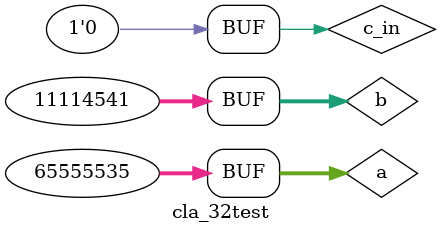
<source format=v>
`timescale 1ns / 1ps


module cla_32test;

	// Inputs
	reg [31:0] a;
	reg [31:0] b;
	reg c_in;

	// Outputs
	wire [31:0] s;
	wire c_outfinal;

	// Instantiate the Unit Under Test (UUT)
	cla_32 uut (
		.a(a), 
		.b(b), 
		.c_in(c_in), 
		.s(s), 
		.c_outfinal(c_outfinal)
	);

	initial begin
		// Initialize Inputs
		a = 32'b01111111111111111111111111111111;
		b = 32'b10000000000000000000000000000001;
		c_in = 0;

		// Wait 100 ns for global reset to finish
		#100;
		
		a = 32'd1021201;
		b = 32'd	1457454;
		c_in = 0;
      #100;		
      
      a = 32'd6553500;
      b = 32'd1111145;
		c_in = 0;
      #100;

      a = 32'd65535656;
      b=32'd11112441;
      c_in = 0;
      #100;

      a=32'd65555535;
      b=32'd11114541;		
		c_in = 0;
		#100;
		// Add stimulus here

	end
      
endmodule


</source>
